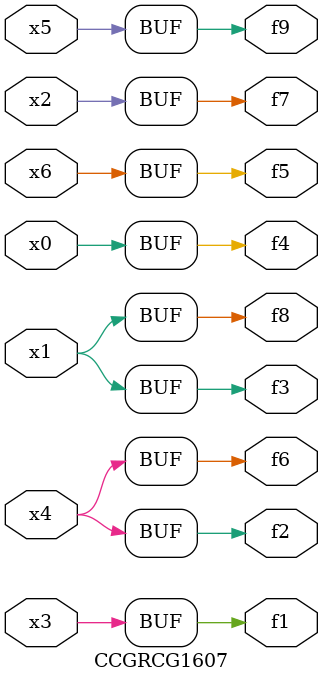
<source format=v>
module CCGRCG1607(
	input x0, x1, x2, x3, x4, x5, x6,
	output f1, f2, f3, f4, f5, f6, f7, f8, f9
);
	assign f1 = x3;
	assign f2 = x4;
	assign f3 = x1;
	assign f4 = x0;
	assign f5 = x6;
	assign f6 = x4;
	assign f7 = x2;
	assign f8 = x1;
	assign f9 = x5;
endmodule

</source>
